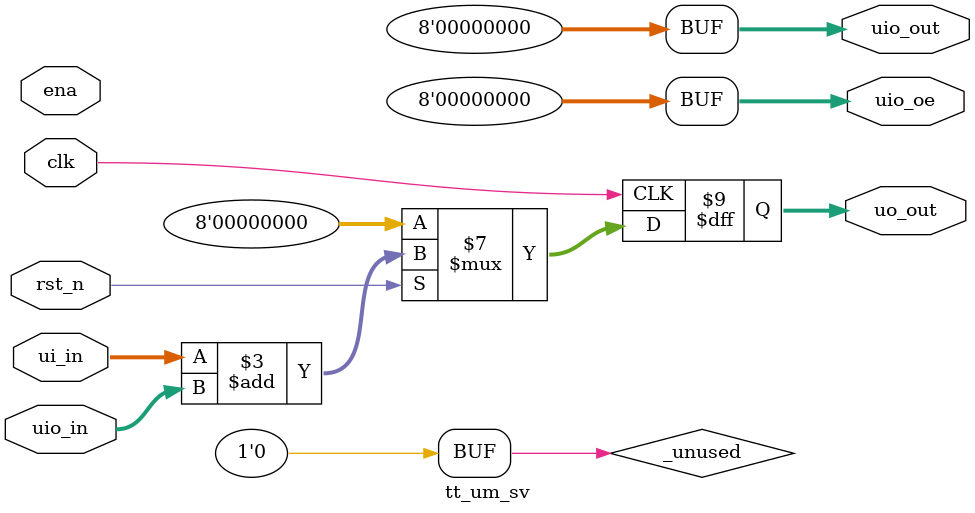
<source format=sv>
/*
 * Copyright (c) 2025 HerdWare
 * SPDX-License-Identifier: Apache-2.0
 */

`default_nettype none

module tt_um_sv (
    input  logic [7:0] ui_in,    // Dedicated inputs
    output logic [7:0] uo_out,   // Dedicated outputs
    input  logic [7:0] uio_in,   // IOs: Input path
    output logic [7:0] uio_out,  // IOs: Output path
    output logic [7:0] uio_oe,   // IOs: Enable path (active high: 0=input, 1=output)
    input  logic       ena,      // always 1 when the design is powered, so you can ignore it
    input  logic       clk,      // clock
    input  logic       rst_n     // reset_n - low to reset
);

  // All output pins must be assigned. If not used, assign to 0.
//  assign uo_out  = ui_in + uio_in;  // Example: ou_out is the sum of ui_in and uio_in
  assign uio_out = 0;
  assign uio_oe  = 0;

  // List all unused inputs to prevent warnings
  logic _unused = &{ena, clk, rst_n, 1'b0};

  always_ff @(posedge clk) begin
    if (~rst_n) begin
      uo_out <= 'h00;         
    end 
    else begin
      uo_out <= ui_in + uio_in;
    end
  end

endmodule

</source>
